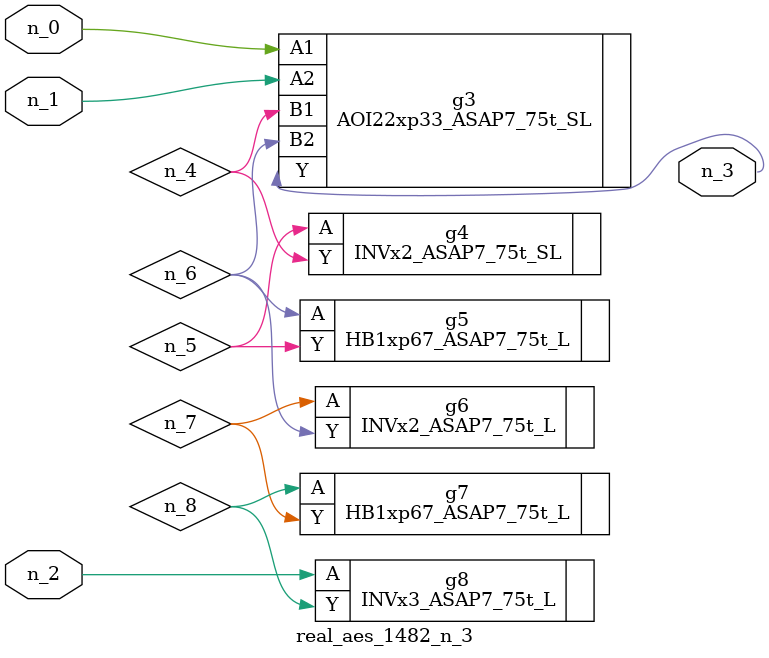
<source format=v>
module real_aes_1482_n_3 (n_0, n_2, n_1, n_3);
input n_0;
input n_2;
input n_1;
output n_3;
wire n_4;
wire n_5;
wire n_7;
wire n_8;
wire n_6;
AOI22xp33_ASAP7_75t_SL g3 ( .A1(n_0), .A2(n_1), .B1(n_4), .B2(n_6), .Y(n_3) );
INVx3_ASAP7_75t_L g8 ( .A(n_2), .Y(n_8) );
INVx2_ASAP7_75t_SL g4 ( .A(n_5), .Y(n_4) );
HB1xp67_ASAP7_75t_L g5 ( .A(n_6), .Y(n_5) );
INVx2_ASAP7_75t_L g6 ( .A(n_7), .Y(n_6) );
HB1xp67_ASAP7_75t_L g7 ( .A(n_8), .Y(n_7) );
endmodule
</source>
